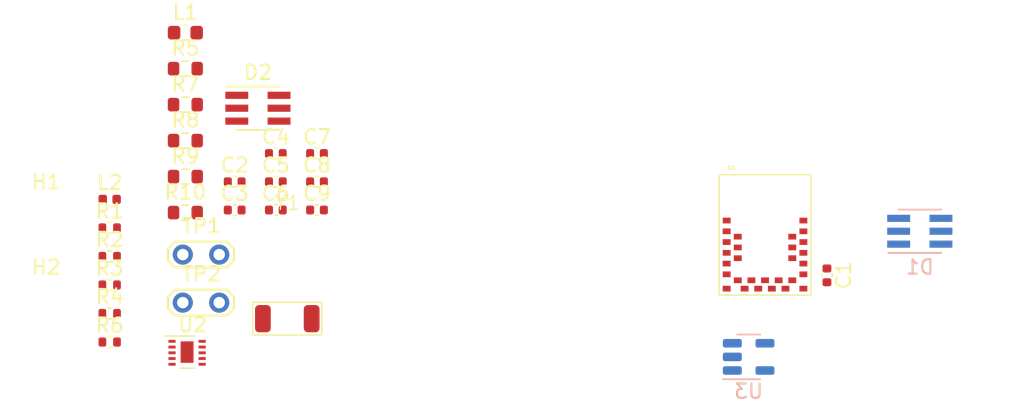
<source format=kicad_pcb>
(kicad_pcb (version 20221018) (generator pcbnew)
  (layers (0 "F.Cu" signal) (31 "B.Cu" signal) (34 "B.Paste" user) (35 "F.Paste" user) (36 "B.SilkS" user "B.Silkscreen") (37 "F.SilkS" user "F.Silkscreen") (38 "B.Mask" user) (39 "F.Mask" user) (44 "Edge.Cuts" user))
  (net 0 "")
  (net 1 "Net-(U1-DEC4)")
  (net 2 "GND")
  (net 3 "Net-(U2-IN)")
  (net 4 "VDD")
  (net 5 "Net-(U2-BAT)")
  (net 6 "+3V3")
  (net 7 "/XL1")
  (net 8 "/XL2")
  (net 9 "/H_BLUE")
  (net 10 "/H_GREEN")
  (net 11 "/H_RED")
  (net 12 "Net-(D1-AR)")
  (net 13 "Net-(D1-AG)")
  (net 14 "Net-(D1-AB)")
  (net 15 "/B_BLUE")
  (net 16 "/B_GREEN")
  (net 17 "/B_RED")
  (net 18 "Net-(D2-AR)")
  (net 19 "Net-(D2-AG)")
  (net 20 "Net-(D2-AB)")
  (net 21 "Net-(U1-DCC)")
  (net 22 "Net-(L1-Pad2)")
  (net 23 "Net-(U2-ISET)")
  (net 24 "Net-(U2-ILIM{slash}VSET)")
  (net 25 "Net-(U2-TS{slash}MR)")
  (net 26 "Net-(U3-EN)")
  (net 27 "Net-(U1-SWDCLK)")
  (net 28 "Net-(U1-SWDIO)")
  (net 31 "/STAT1")
  (net 32 "/STAT2")
  (net 33 "/{slash}CE")
  (footprint "MountingHole:MountingHole_2.2mm_M2" (layer "F.Cu") (at 95.147 67.557)
    (fp_text reference "H2" (at 0 -3.2) (layer "F.SilkS"))
    (fp_text value "BAT_Pad")
    (pad "" np_thru_hole circle (at 0 0) (size 2.2 2.2) (drill 2.2) (layers "*.Cu" "*.Mask"))
  )
  (footprint "Resistor_SMD:R_0603_1608Metric" (layer "F.Cu") (at 104.857 53.017)
    (fp_text reference "R7" (at 0 -1.43) (layer "F.SilkS"))
    (fp_text value "3/1608")
    (fp_line (start -0.237258 -0.5225) (end 0.237258 -0.5225) (stroke (width 0.12)) (layer "F.SilkS"))
    (fp_line (start -0.237258 0.5225) (end 0.237258 0.5225) (stroke (width 0.12)) (layer "F.SilkS"))
    (pad "1" smd roundrect (at -0.825 0) (size 0.8 0.95) (layers "F.Cu" "F.Paste" "F.Mask") (net 6 "+3V3"))
    (pad "2" smd roundrect (at 0.825 0) (size 0.8 0.95) (layers "F.Cu" "F.Paste" "F.Mask") (net 14 "Net-(D1-AB)"))
  )
  (footprint "TestPoint:TestPoint_2Pads_Pitch2.54mm_Drill0.8mm" (layer "F.Cu") (at 104.677 66.827)
    (fp_text reference "TP2" (at 1.3 -2) (layer "F.SilkS"))
    (fp_text value "TestPoint")
    (fp_line (start -1.03 -0.4) (end -0.53 -0.9) (stroke (width 0.15)) (layer "F.SilkS"))
    (fp_line (start -1.03 0.4) (end -1.03 -0.4) (stroke (width 0.15)) (layer "F.SilkS"))
    (fp_line (start -0.53 -0.9) (end 3.07 -0.9) (stroke (width 0.15)) (layer "F.SilkS"))
    (fp_line (start -0.53 0.9) (end -1.03 0.4) (stroke (width 0.15)) (layer "F.SilkS"))
    (fp_line (start 3.07 -0.9) (end 3.57 -0.4) (stroke (width 0.15)) (layer "F.SilkS"))
    (fp_line (start 3.07 0.9) (end -0.53 0.9) (stroke (width 0.15)) (layer "F.SilkS"))
    (fp_line (start 3.57 -0.4) (end 3.57 0.4) (stroke (width 0.15)) (layer "F.SilkS"))
    (fp_line (start 3.57 0.4) (end 3.07 0.9) (stroke (width 0.15)) (layer "F.SilkS"))
    (pad "1" thru_hole circle (at 0 0) (size 1.4 1.4) (drill 0.8) (layers "*.Cu" "*.Mask") (net 28 "Net-(U1-SWDIO)"))
    (pad "2" thru_hole circle (at 2.54 0) (size 1.4 1.4) (drill 0.8) (layers "*.Cu" "*.Mask"))
  )
  (footprint "Capacitor_SMD:C_0402_1005Metric" (layer "F.Cu") (at 108.297 58.397)
    (fp_text reference "C2" (at 0 -1.16) (layer "F.SilkS"))
    (fp_text value "1uF/1005")
    (fp_line (start -0.107836 -0.36) (end 0.107836 -0.36) (stroke (width 0.12)) (layer "F.SilkS"))
    (fp_line (start -0.107836 0.36) (end 0.107836 0.36) (stroke (width 0.12)) (layer "F.SilkS"))
    (pad "1" smd roundrect (at -0.48 0) (size 0.56 0.62) (layers "F.Cu" "F.Paste" "F.Mask") (net 3 "Net-(U2-IN)"))
    (pad "2" smd roundrect (at 0.48 0) (size 0.56 0.62) (layers "F.Cu" "F.Paste" "F.Mask") (net 2 "GND"))
  )
  (footprint "Capacitor_SMD:C_0402_1005Metric" (layer "F.Cu") (at 114.037 58.397)
    (fp_text reference "C8" (at 0 -1.16) (layer "F.SilkS"))
    (fp_text value "12pF/1005")
    (fp_line (start -0.107836 -0.36) (end 0.107836 -0.36) (stroke (width 0.12)) (layer "F.SilkS"))
    (fp_line (start -0.107836 0.36) (end 0.107836 0.36) (stroke (width 0.12)) (layer "F.SilkS"))
    (pad "1" smd roundrect (at -0.48 0) (size 0.56 0.62) (layers "F.Cu" "F.Paste" "F.Mask") (net 7 "/XL1"))
    (pad "2" smd roundrect (at 0.48 0) (size 0.56 0.62) (layers "F.Cu" "F.Paste" "F.Mask") (net 2 "GND"))
  )
  (footprint "Inductor_SMD:L_0603_1608Metric" (layer "F.Cu") (at 104.857 47.997)
    (fp_text reference "L1" (at 0 -1.43) (layer "F.SilkS"))
    (fp_text value "10uH/1608")
    (fp_line (start -0.162779 -0.51) (end 0.162779 -0.51) (stroke (width 0.12)) (layer "F.SilkS"))
    (fp_line (start -0.162779 0.51) (end 0.162779 0.51) (stroke (width 0.12)) (layer "F.SilkS"))
    (pad "1" smd roundrect (at -0.7875 0) (size 0.875 0.95) (layers "F.Cu" "F.Paste" "F.Mask") (net 21 "Net-(U1-DCC)"))
    (pad "2" smd roundrect (at 0.7875 0) (size 0.875 0.95) (layers "F.Cu" "F.Paste" "F.Mask") (net 22 "Net-(L1-Pad2)"))
  )
  (footprint "Resistor_SMD:R_0402_1005Metric" (layer "F.Cu") (at 99.577 65.597)
    (fp_text reference "R3" (at 0 -1.17) (layer "F.SilkS"))
    (fp_text value "10K/1005")
    (fp_line (start -0.153641 -0.38) (end 0.153641 -0.38) (stroke (width 0.12)) (layer "F.SilkS"))
    (fp_line (start -0.153641 0.38) (end 0.153641 0.38) (stroke (width 0.12)) (layer "F.SilkS"))
    (pad "1" smd roundrect (at -0.51 0) (size 0.54 0.64) (layers "F.Cu" "F.Paste" "F.Mask") (net 25 "Net-(U2-TS{slash}MR)"))
    (pad "2" smd roundrect (at 0.51 0) (size 0.54 0.64) (layers "F.Cu" "F.Paste" "F.Mask") (net 2 "GND"))
  )
  (footprint "Resistor_SMD:R_0603_1608Metric" (layer "F.Cu") (at 104.857 58.037)
    (fp_text reference "R9" (at 0 -1.43) (layer "F.SilkS"))
    (fp_text value "3/1608")
    (fp_line (start -0.237258 -0.5225) (end 0.237258 -0.5225) (stroke (width 0.12)) (layer "F.SilkS"))
    (fp_line (start -0.237258 0.5225) (end 0.237258 0.5225) (stroke (width 0.12)) (layer "F.SilkS"))
    (pad "1" smd roundrect (at -0.825 0) (size 0.8 0.95) (layers "F.Cu" "F.Paste" "F.Mask") (net 6 "+3V3"))
    (pad "2" smd roundrect (at 0.825 0) (size 0.8 0.95) (layers "F.Cu" "F.Paste" "F.Mask") (net 19 "Net-(D2-AG)"))
  )
  (footprint "Capacitor_SMD:C_0402_1005Metric" (layer "F.Cu") (at 111.167 56.427)
    (fp_text reference "C4" (at 0 -1.16) (layer "F.SilkS"))
    (fp_text value "1uF/1005")
    (fp_line (start -0.107836 -0.36) (end 0.107836 -0.36) (stroke (width 0.12)) (layer "F.SilkS"))
    (fp_line (start -0.107836 0.36) (end 0.107836 0.36) (stroke (width 0.12)) (layer "F.SilkS"))
    (pad "1" smd roundrect (at -0.48 0) (size 0.56 0.62) (layers "F.Cu" "F.Paste" "F.Mask") (net 5 "Net-(U2-BAT)"))
    (pad "2" smd roundrect (at 0.48 0) (size 0.56 0.62) (layers "F.Cu" "F.Paste" "F.Mask") (net 2 "GND"))
  )
  (footprint "Capacitor_SMD:C_0402_1005Metric" (layer "F.Cu") (at 149.606 64.925 -90)
    (fp_text reference "C1" (at 0 -1.16 90) (layer "F.SilkS"))
    (fp_text value "1uF/1005")
    (fp_line (start -0.107836 -0.36) (end 0.107836 -0.36) (stroke (width 0.12)) (layer "F.SilkS"))
    (fp_line (start -0.107836 0.36) (end 0.107836 0.36) (stroke (width 0.12)) (layer "F.SilkS"))
    (pad "1" smd roundrect (at -0.48 0 270) (size 0.56 0.62) (layers "F.Cu" "F.Paste" "F.Mask") (net 1 "Net-(U1-DEC4)"))
    (pad "2" smd roundrect (at 0.48 0 270) (size 0.56 0.62) (layers "F.Cu" "F.Paste" "F.Mask") (net 2 "GND"))
  )
  (footprint "Library:WSON-10-1EP_2.1x2.1mm_P0.4mm_EP0.9x1.5mm" (layer "F.Cu") (at 104.977 70.277)
    (fp_text reference "U2" (at 0.38 -1.9) (layer "F.SilkS"))
    (fp_text value "BQ25185")
    (fp_line (start -1.5 -1.12) (end 0.5 -1.12) (stroke (width 0.12)) (layer "F.SilkS"))
    (fp_line (start 0.5 1.12) (end -0.5 1.12) (stroke (width 0.12)) (layer "F.SilkS"))
    (pad "1" smd rect (at -1.05 -0.75) (size 0.5 0.2) (layers "F.Cu" "F.Paste" "F.Mask") (net 4 "VDD"))
    (pad "2" smd rect (at -1.05 -0.35) (size 0.5 0.2) (layers "F.Cu" "F.Paste" "F.Mask") (net 5 "Net-(U2-BAT)"))
    (pad "3" smd rect (at -1.05 0.05) (size 0.5 0.2) (layers "F.Cu" "F.Paste" "F.Mask") (net 32 "/STAT2"))
    (pad "4" smd rect (at -1.05 0.45) (size 0.5 0.2) (layers "F.Cu" "F.Paste" "F.Mask") (net 33 "/{slash}CE"))
    (pad "5" smd rect (at -1.05 0.85) (size 0.5 0.2) (layers "F.Cu" "F.Paste" "F.Mask") (net 2 "GND"))
    (pad "6" smd rect (at 1.05 0.85) (size 0.5 0.2) (layers "F.Cu" "F.Paste" "F.Mask") (net 25 "Net-(U2-TS{slash}MR)"))
    (pad "7" smd rect (at 1.05 0.45) (size 0.5 0.2) (layers "F.Cu" "F.Paste" "F.Mask") (net 24 "Net-(U2-ILIM{slash}VSET)"))
    (pad "8" smd rect (at 1.05 0.05) (size 0.5 0.2) (layers "F.Cu" "F.Paste" "F.Mask") (net 23 "Net-(U2-ISET)"))
    (pad "9" smd rect (at 0 0) (size 0.9 1.5) (layers "F.Cu" "F.Mask") (net 31 "/STAT1"))
    (pad "9" smd rect (at 1.05 -0.35) (size 0.5 0.2) (layers "F.Cu" "F.Paste" "F.Mask") (net 31 "/STAT1"))
    (pad "10" smd rect (at 1.05 -0.75) (size 0.5 0.2) (layers "F.Cu" "F.Paste" "F.Mask") (net 3 "Net-(U2-IN)"))
  )
  (footprint "Resistor_SMD:R_0402_1005Metric" (layer "F.Cu") (at 99.577 69.577)
    (fp_text reference "R6" (at 0 -1.17) (layer "F.SilkS"))
    (fp_text value "3/1608")
    (fp_line (start -0.153641 -0.38) (end 0.153641 -0.38) (stroke (width 0.12)) (layer "F.SilkS"))
    (fp_line (start -0.153641 0.38) (end 0.153641 0.38) (stroke (width 0.12)) (layer "F.SilkS"))
    (pad "1" smd roundrect (at -0.51 0) (size 0.54 0.64) (layers "F.Cu" "F.Paste" "F.Mask") (net 6 "+3V3"))
    (pad "2" smd roundrect (at 0.51 0) (size 0.54 0.64) (layers "F.Cu" "F.Paste" "F.Mask") (net 13 "Net-(D1-AG)"))
  )
  (footprint "Resistor_SMD:R_0402_1005Metric" (layer "F.Cu") (at 99.577 63.607)
    (fp_text reference "R2" (at 0 -1.17) (layer "F.SilkS"))
    (fp_text value "5K/1005")
    (fp_line (start -0.153641 -0.38) (end 0.153641 -0.38) (stroke (width 0.12)) (layer "F.SilkS"))
    (fp_line (start -0.153641 0.38) (end 0.153641 0.38) (stroke (width 0.12)) (layer "F.SilkS"))
    (pad "1" smd roundrect (at -0.51 0) (size 0.54 0.64) (layers "F.Cu" "F.Paste" "F.Mask") (net 24 "Net-(U2-ILIM{slash}VSET)"))
    (pad "2" smd roundrect (at 0.51 0) (size 0.54 0.64) (layers "F.Cu" "F.Paste" "F.Mask") (net 2 "GND"))
  )
  (footprint "Resistor_SMD:R_0402_1005Metric" (layer "F.Cu") (at 99.577 61.617)
    (fp_text reference "R1" (at 0 -1.17) (layer "F.SilkS"))
    (fp_text value "1K/1005")
    (fp_line (start -0.153641 -0.38) (end 0.153641 -0.38) (stroke (width 0.12)) (layer "F.SilkS"))
    (fp_line (start -0.153641 0.38) (end 0.153641 0.38) (stroke (width 0.12)) (layer "F.SilkS"))
    (pad "1" smd roundrect (at -0.51 0) (size 0.54 0.64) (layers "F.Cu" "F.Paste" "F.Mask") (net 23 "Net-(U2-ISET)"))
    (pad "2" smd roundrect (at 0.51 0) (size 0.54 0.64) (layers "F.Cu" "F.Paste" "F.Mask") (net 2 "GND"))
  )
  (footprint "Resistor_SMD:R_0603_1608Metric" (layer "F.Cu") (at 104.857 55.527)
    (fp_text reference "R8" (at 0 -1.43) (layer "F.SilkS"))
    (fp_text value "24/1608")
    (fp_line (start -0.237258 -0.5225) (end 0.237258 -0.5225) (stroke (width 0.12)) (layer "F.SilkS"))
    (fp_line (start -0.237258 0.5225) (end 0.237258 0.5225) (stroke (width 0.12)) (layer "F.SilkS"))
    (pad "1" smd roundrect (at -0.825 0) (size 0.8 0.95) (layers "F.Cu" "F.Paste" "F.Mask") (net 6 "+3V3"))
    (pad "2" smd roundrect (at 0.825 0) (size 0.8 0.95) (layers "F.Cu" "F.Paste" "F.Mask") (net 18 "Net-(D2-AR)"))
  )
  (footprint "Capacitor_SMD:C_0402_1005Metric" (layer "F.Cu") (at 114.037 60.367)
    (fp_text reference "C9" (at 0 -1.16) (layer "F.SilkS"))
    (fp_text value "12pF/1005")
    (fp_line (start -0.107836 -0.36) (end 0.107836 -0.36) (stroke (width 0.12)) (layer "F.SilkS"))
    (fp_line (start -0.107836 0.36) (end 0.107836 0.36) (stroke (width 0.12)) (layer "F.SilkS"))
    (pad "1" smd roundrect (at -0.48 0) (size 0.56 0.62) (layers "F.Cu" "F.Paste" "F.Mask") (net 8 "/XL2"))
    (pad "2" smd roundrect (at 0.48 0) (size 0.56 0.62) (layers "F.Cu" "F.Paste" "F.Mask") (net 2 "GND"))
  )
  (footprint "LED_SMD:LED_Avago_PLCC6_3x2.8mm" (layer "F.Cu") (at 109.917 53.267)
    (fp_text reference "D2" (at 0 -2.5) (layer "F.SilkS"))
    (fp_text value "ASMT-YTB7-0AA02")
    (fp_line (start -2.2 -1.51) (end 1.5 -1.51) (stroke (width 0.12)) (layer "F.SilkS"))
    (fp_line (start -1.5 1.51) (end 1.5 1.51) (stroke (width 0.12)) (layer "F.SilkS"))
    (pad "1" smd rect (at -1.475 -0.9) (size 1.6 0.5) (layers "F.Cu" "F.Paste" "F.Mask") (net 15 "/B_BLUE"))
    (pad "2" smd rect (at -1.475 0) (size 1.6 0.5) (layers "F.Cu" "F.Paste" "F.Mask") (net 16 "/B_GREEN"))
    (pad "3" smd rect (at -1.475 0.9) (size 1.6 0.5) (layers "F.Cu" "F.Paste" "F.Mask") (net 17 "/B_RED"))
    (pad "4" smd rect (at 1.475 0.9) (size 1.6 0.5) (layers "F.Cu" "F.Paste" "F.Mask") (net 18 "Net-(D2-AR)"))
    (pad "5" smd rect (at 1.475 0) (size 1.6 0.5) (layers "F.Cu" "F.Paste" "F.Mask") (net 19 "Net-(D2-AG)"))
    (pad "6" smd rect (at 1.475 -0.9) (size 1.6 0.5) (layers "F.Cu" "F.Paste" "F.Mask") (net 20 "Net-(D2-AB)"))
  )
  (footprint "Capacitor_SMD:C_0402_1005Metric" (layer "F.Cu") (at 114.037 56.427)
    (fp_text reference "C7" (at 0 -1.16) (layer "F.SilkS"))
    (fp_text value "10uF/1005")
    (fp_line (start -0.107836 -0.36) (end 0.107836 -0.36) (stroke (width 0.12)) (layer "F.SilkS"))
    (fp_line (start -0.107836 0.36) (end 0.107836 0.36) (stroke (width 0.12)) (layer "F.SilkS"))
    (pad "1" smd roundrect (at -0.48 0) (size 0.56 0.62) (layers "F.Cu" "F.Paste" "F.Mask") (net 6 "+3V3"))
    (pad "2" smd roundrect (at 0.48 0) (size 0.56 0.62) (layers "F.Cu" "F.Paste" "F.Mask") (net 2 "GND"))
  )
  (footprint "Resistor_SMD:R_0603_1608Metric" (layer "F.Cu") (at 104.857 60.547)
    (fp_text reference "R10" (at 0 -1.43) (layer "F.SilkS"))
    (fp_text value "3/1608")
    (fp_line (start -0.237258 -0.5225) (end 0.237258 -0.5225) (stroke (width 0.12)) (layer "F.SilkS"))
    (fp_line (start -0.237258 0.5225) (end 0.237258 0.5225) (stroke (width 0.12)) (layer "F.SilkS"))
    (pad "1" smd roundrect (at -0.825 0) (size 0.8 0.95) (layers "F.Cu" "F.Paste" "F.Mask") (net 6 "+3V3"))
    (pad "2" smd roundrect (at 0.825 0) (size 0.8 0.95) (layers "F.Cu" "F.Paste" "F.Mask") (net 20 "Net-(D2-AB)"))
  )
  (footprint "Capacitor_SMD:C_0402_1005Metric" (layer "F.Cu") (at 108.297 60.367)
    (fp_text reference "C3" (at 0 -1.16) (layer "F.SilkS"))
    (fp_text value "10uF/1005")
    (fp_line (start -0.107836 -0.36) (end 0.107836 -0.36) (stroke (width 0.12)) (layer "F.SilkS"))
    (fp_line (start -0.107836 0.36) (end 0.107836 0.36) (stroke (width 0.12)) (layer "F.SilkS"))
    (pad "1" smd roundrect (at -0.48 0) (size 0.56 0.62) (layers "F.Cu" "F.Paste" "F.Mask") (net 4 "VDD"))
    (pad "2" smd roundrect (at 0.48 0) (size 0.56 0.62) (layers "F.Cu" "F.Paste" "F.Mask") (net 2 "GND"))
  )
  (footprint "Library:MDBT42V" (layer "F.Cu") (at 145.288 62.103)
    (fp_text reference "U1" (at -2.325 -4.675) (layer "F.SilkS") (effects (font (size 0.275591 0.275591))))
    (fp_text value "MDBT42V-512KV2")
    (fp_line (start -3.2 -4.2) (end 3.2 -4.2) (stroke (width 0.1)) (layer "F.SilkS"))
    (fp_line (start -3.2 4.2) (end -3.2 -4.2) (stroke (width 0.1)) (layer "F.SilkS"))
    (fp_line (start -3.2 4.2) (end 3.2 4.2) (stroke (width 0.1)) (layer "F.SilkS"))
    (fp_line (start 3.2 4.2) (end 3.2 -4.2) (stroke (width 0.1)) (layer "F.SilkS"))
    (pad "1" smd rect (at -2.675 -1) (size 0.55 0.4) (layers "F.Cu" "F.Paste" "F.Mask") (net 2 "GND"))
    (pad "2" smd rect (at -2.675 -0.25) (size 0.55 0.4) (layers "F.Cu" "F.Paste" "F.Mask") (net 27 "Net-(U1-SWDCLK)"))
    (pad "3" smd rect (at -1.9 0.125) (size 0.55 0.4) (layers "F.Cu" "F.Paste" "F.Mask"))
    (pad "4" smd rect (at -2.675 0.5) (size 0.55 0.4) (layers "F.Cu" "F.Paste" "F.Mask") (net 28 "Net-(U1-SWDIO)"))
    (pad "5" smd rect (at -1.9 0.875) (size 0.55 0.4) (layers "F.Cu" "F.Paste" "F.Mask"))
    (pad "6" smd rect (at -2.675 1.25) (size 0.55 0.4) (layers "F.Cu" "F.Paste" "F.Mask") (net 31 "/STAT1"))
    (pad "7" smd rect (at -1.9 1.625) (size 0.55 0.4) (layers "F.Cu" "F.Paste" "F.Mask") (net 32 "/STAT2"))
    (pad "8" smd rect (at -2.675 2) (size 0.55 0.4) (layers "F.Cu" "F.Paste" "F.Mask") (net 33 "/{slash}CE"))
    (pad "9" smd rect (at -2.675 2.75) (size 0.55 0.4) (layers "F.Cu" "F.Paste" "F.Mask"))
    (pad "10" smd rect (at -2.675 3.75) (size 0.55 0.4) (layers "F.Cu" "F.Paste" "F.Mask") (net 2 "GND"))
    (pad "11" smd rect (at -1.9 3.165) (size 0.55 0.4) (layers "F.Cu" "F.Paste" "F.Mask") (net 9 "/H_BLUE"))
    (pad "12" smd rect (at -1.425 3.75) (size 0.55 0.4) (layers "F.Cu" "F.Paste" "F.Mask") (net 10 "/H_GREEN"))
    (pad "13" smd rect (at -0.95 3.165) (size 0.55 0.4) (layers "F.Cu" "F.Paste" "F.Mask") (net 11 "/H_RED"))
    (pad "14" smd rect (at -0.475 3.75) (size 0.55 0.4) (layers "F.Cu" "F.Paste" "F.Mask"))
    (pad "15" smd rect (at 0 3.165) (size 0.55 0.4) (layers "F.Cu" "F.Paste" "F.Mask") (net 8 "/XL2"))
    (pad "16" smd rect (at 0.475 3.75) (size 0.55 0.4) (layers "F.Cu" "F.Paste" "F.Mask") (net 7 "/XL1"))
    (pad "17" smd rect (at 0.95 3.165) (size 0.55 0.4) (layers "F.Cu" "F.Paste" "F.Mask"))
    (pad "18" smd rect (at 1.425 3.75) (size 0.55 0.4) (layers "F.Cu" "F.Paste" "F.Mask") (net 2 "GND"))
    (pad "19" smd rect (at 1.9 3.165) (size 0.55 0.4) (layers "F.Cu" "F.Paste" "F.Mask"))
    (pad "20" smd rect (at 2.675 3.75) (size 0.55 0.4) (layers "F.Cu" "F.Paste" "F.Mask") (net 6 "+3V3"))
    (pad "21" smd rect (at 2.675 2.75) (size 0.55 0.4) (layers "F.Cu" "F.Paste" "F.Mask") (net 1 "Net-(U1-DEC4)"))
    (pad "22" smd rect (at 2.675 2) (size 0.55 0.4) (layers "F.Cu" "F.Paste" "F.Mask") (net 21 "Net-(U1-DCC)"))
    (pad "23" smd rect (at 1.9 1.625) (size 0.55 0.4) (layers "F.Cu" "F.Paste" "F.Mask"))
    (pad "24" smd rect (at 2.675 1.25) (size 0.55 0.4) (layers "F.Cu" "F.Paste" "F.Mask"))
    (pad "25" smd rect (at 1.9 0.875) (size 0.55 0.4) (layers "F.Cu" "F.Paste" "F.Mask"))
    (pad "26" smd rect (at 2.675 0.5) (size 0.55 0.4) (layers "F.Cu" "F.Paste" "F.Mask") (net 15 "/B_BLUE"))
    (pad "27" smd rect (at 1.9 0.125) (size 0.55 0.4) (layers "F.Cu" "F.Paste" "F.Mask") (net 16 "/B_GREEN"))
    (pad "28" smd rect (at 2.675 -0.25) (size 0.55 0.4) (layers "F.Cu" "F.Paste" "F.Mask") (net 17 "/B_RED"))
    (pad "29" smd rect (at 2.675 -1) (size 0.55 0.4) (layers "F.Cu" "F.Paste" "F.Mask") (net 2 "GND"))
  )
  (footprint "Capacitor_SMD:C_0402_1005Metric" (layer "F.Cu") (at 111.167 60.367)
    (fp_text reference "C6" (at 0 -1.16) (layer "F.SilkS"))
    (fp_text value "1uF/1005")
    (fp_line (start -0.107836 -0.36) (end 0.107836 -0.36) (stroke (width 0.12)) (layer "F.SilkS"))
    (fp_line (start -0.107836 0.36) (end 0.107836 0.36) (stroke (width 0.12)) (layer "F.SilkS"))
    (pad "1" smd roundrect (at -0.48 0) (size 0.56 0.62) (layers "F.Cu" "F.Paste" "F.Mask") (net 6 "+3V3"))
    (pad "2" smd roundrect (at 0.48 0) (size 0.56 0.62) (layers "F.Cu" "F.Paste" "F.Mask") (net 2 "GND"))
  )
  (footprint "Resistor_SMD:R_0402_1005Metric" (layer "F.Cu") (at 99.577 67.587)
    (fp_text reference "R4" (at 0 -1.17) (layer "F.SilkS"))
    (fp_text value "10K/1005")
    (fp_line (start -0.153641 -0.38) (end 0.153641 -0.38) (stroke (width 0.12)) (layer "F.SilkS"))
    (fp_line (start -0.153641 0.38) (end 0.153641 0.38) (stroke (width 0.12)) (layer "F.SilkS"))
    (pad "1" smd roundrect (at -0.51 0) (size 0.54 0.64) (layers "F.Cu" "F.Paste" "F.Mask") (net 4 "VDD"))
    (pad "2" smd roundrect (at 0.51 0) (size 0.54 0.64) (layers "F.Cu" "F.Paste" "F.Mask") (net 26 "Net-(U3-EN)"))
  )
  (footprint "TestPoint:TestPoint_2Pads_Pitch2.54mm_Drill0.8mm" (layer "F.Cu") (at 104.677 63.477)
    (fp_text reference "TP1" (at 1.3 -2) (layer "F.SilkS"))
    (fp_text value "TestPoint")
    (fp_line (start -1.03 -0.4) (end -0.53 -0.9) (stroke (width 0.15)) (layer "F.SilkS"))
    (fp_line (start -1.03 0.4) (end -1.03 -0.4) (stroke (width 0.15)) (layer "F.SilkS"))
    (fp_line (start -0.53 -0.9) (end 3.07 -0.9) (stroke (width 0.15)) (layer "F.SilkS"))
    (fp_line (start -0.53 0.9) (end -1.03 0.4) (stroke (width 0.15)) (layer "F.SilkS"))
    (fp_line (start 3.07 -0.9) (end 3.57 -0.4) (stroke (width 0.15)) (layer "F.SilkS"))
    (fp_line (start 3.07 0.9) (end -0.53 0.9) (stroke (width 0.15)) (layer "F.SilkS"))
    (fp_line (start 3.57 -0.4) (end 3.57 0.4) (stroke (width 0.15)) (layer "F.SilkS"))
    (fp_line (start 3.57 0.4) (end 3.07 0.9) (stroke (width 0.15)) (layer "F.SilkS"))
    (pad "1" thru_hole circle (at 0 0) (size 1.4 1.4) (drill 0.8) (layers "*.Cu" "*.Mask") (net 27 "Net-(U1-SWDCLK)"))
    (pad "2" thru_hole circle (at 2.54 0) (size 1.4 1.4) (drill 0.8) (layers "*.Cu" "*.Mask"))
  )
  (footprint "Library:DST410S" (layer "F.Cu") (at 111.965 67.945)
    (fp_text reference "Y1" (at 0 -8.08 unlocked) (layer "F.SilkS") (effects (font (thickness 0.1))))
    (fp_text value "DST410S")
    (fp_rect (start -2.413 -1.143) (end 2.413 1.143) (stroke (width 0.1)) (fill none) (layer "F.SilkS"))
    (pad "1" smd roundrect (at -1.7 0 180) (size 1.1 1.9) (layers "F.Cu" "F.Paste" "F.Mask") (net 7 "/XL1"))
    (pad "2" smd roundrect (at 1.7 0) (size 1.1 1.9) (layers "F.Cu" "F.Paste" "F.Mask") (net 8 "/XL2"))
  )
  (footprint "MountingHole:MountingHole_2.2mm_M2" (layer "F.Cu") (at 95.147 61.607)
    (fp_text reference "H1" (at 0 -3.2) (layer "F.SilkS"))
    (fp_text value "VIN_Pad")
    (pad "" np_thru_hole circle (at 0 0) (size 2.2 2.2) (drill 2.2) (layers "*.Cu" "*.Mask"))
  )
  (footprint "Resistor_SMD:R_0603_1608Metric" (layer "F.Cu") (at 104.857 50.507)
    (fp_text reference "R5" (at 0 -1.43) (layer "F.SilkS"))
    (fp_text value "24/1608")
    (fp_line (start -0.237258 -0.5225) (end 0.237258 -0.5225) (stroke (width 0.12)) (layer "F.SilkS"))
    (fp_line (start -0.237258 0.5225) (end 0.237258 0.5225) (stroke (width 0.12)) (layer "F.SilkS"))
    (pad "1" smd roundrect (at -0.825 0) (size 0.8 0.95) (layers "F.Cu" "F.Paste" "F.Mask") (net 6 "+3V3"))
    (pad "2" smd roundrect (at 0.825 0) (size 0.8 0.95) (layers "F.Cu" "F.Paste" "F.Mask") (net 12 "Net-(D1-AR)"))
  )
  (footprint "Capacitor_SMD:C_0402_1005Metric" (layer "F.Cu") (at 111.167 58.397)
    (fp_text reference "C5" (at 0 -1.16) (layer "F.SilkS"))
    (fp_text value "1uF/1005")
    (fp_line (start -0.107836 -0.36) (end 0.107836 -0.36) (stroke (width 0.12)) (layer "F.SilkS"))
    (fp_line (start -0.107836 0.36) (end 0.107836 0.36) (stroke (width 0.12)) (layer "F.SilkS"))
    (pad "1" smd roundrect (at -0.48 0) (size 0.56 0.62) (layers "F.Cu" "F.Paste" "F.Mask") (net 4 "VDD"))
    (pad "2" smd roundrect (at 0.48 0) (size 0.56 0.62) (layers "F.Cu" "F.Paste" "F.Mask") (net 2 "GND"))
  )
  (footprint "Inductor_SMD:L_0402_1005Metric" (layer "F.Cu") (at 99.577 59.627)
    (fp_text reference "L2" (at 0 -1.17) (layer "F.SilkS"))
    (fp_text value "15nH/1005")
    (pad "1" smd roundrect (at -0.485 0) (size 0.59 0.64) (layers "F.Cu" "F.Paste" "F.Mask") (net 22 "Net-(L1-Pad2)"))
    (pad "2" smd roundrect (at 0.485 0) (size 0.59 0.64) (layers "F.Cu" "F.Paste" "F.Mask") (net 1 "Net-(U1-DEC4)"))
  )
  (footprint "LED_SMD:LED_Avago_PLCC6_3x2.8mm" (layer "B.Cu") (at 156.083 61.849)
    (fp_text reference "D1" (at 0 2.5) (layer "B.SilkS") (effects (justify mirror)))
    (fp_text value "ASMT-YTB7-0AA02")
    (fp_line (start -2.2 1.51) (end 1.5 1.51) (stroke (width 0.12)) (layer "B.SilkS"))
    (fp_line (start -1.5 -1.51) (end 1.5 -1.51) (stroke (width 0.12)) (layer "B.SilkS"))
    (pad "1" smd rect (at -1.475 0.9) (size 1.6 0.5) (layers "B.Cu" "B.Paste" "B.Mask") (net 9 "/H_BLUE"))
    (pad "2" smd rect (at -1.475 0) (size 1.6 0.5) (layers "B.Cu" "B.Paste" "B.Mask") (net 10 "/H_GREEN"))
    (pad "3" smd rect (at -1.475 -0.9) (size 1.6 0.5) (layers "B.Cu" "B.Paste" "B.Mask") (net 11 "/H_RED"))
    (pad "4" smd rect (at 1.475 -0.9) (size 1.6 0.5) (layers "B.Cu" "B.Paste" "B.Mask") (net 12 "Net-(D1-AR)"))
    (pad "5" smd rect (at 1.475 0) (size 1.6 0.5) (layers "B.Cu" "B.Paste" "B.Mask") (net 13 "Net-(D1-AG)"))
    (pad "6" smd rect (at 1.475 0.9) (size 1.6 0.5) (layers "B.Cu" "B.Paste" "B.Mask") (net 14 "Net-(D1-AB)"))
  )
  (footprint "Package_TO_SOT_SMD:SOT-23-5" (layer "B.Cu") (at 144.145 70.612)
    (fp_text reference "U3" (at 0 2.4) (layer "B.SilkS") (effects (justify mirror)))
    (fp_text value "MIC5504-3.3YM5")
    (fp_line (start 0 -1.56) (end -0.8 -1.56) (stroke (width 0.12)) (layer "B.SilkS"))
    (fp_line (start 0 -1.56) (end 0.8 -1.56) (stroke (width 0.12)) (layer "B.SilkS"))
    (fp_line (start 0 1.56) (end -1.8 1.56) (stroke (width 0.12)) (layer "B.SilkS"))
    (fp_line (start 0 1.56) (end 0.8 1.56) (stroke (width 0.12)) (layer "B.SilkS"))
    (pad "1" smd roundrect (at -1.1375 0.95) (size 1.325 0.6) (layers "B.Cu" "B.Paste" "B.Mask") (net 4 "VDD"))
    (pad "2" smd roundrect (at -1.1375 0) (size 1.325 0.6) (layers "B.Cu" "B.Paste" "B.Mask") (net 2 "GND"))
    (pad "3" smd roundrect (at -1.1375 -0.95) (size 1.325 0.6) (layers "B.Cu" "B.Paste" "B.Mask") (net 26 "Net-(U3-EN)"))
    (pad "4" smd roundrect (at 1.1375 -0.95) (size 1.325 0.6) (layers "B.Cu" "B.Paste" "B.Mask"))
    (pad "5" smd roundrect (at 1.1375 0.95) (size 1.325 0.6) (layers "B.Cu" "B.Paste" "B.Mask") (net 6 "+3V3"))
  )
)
</source>
